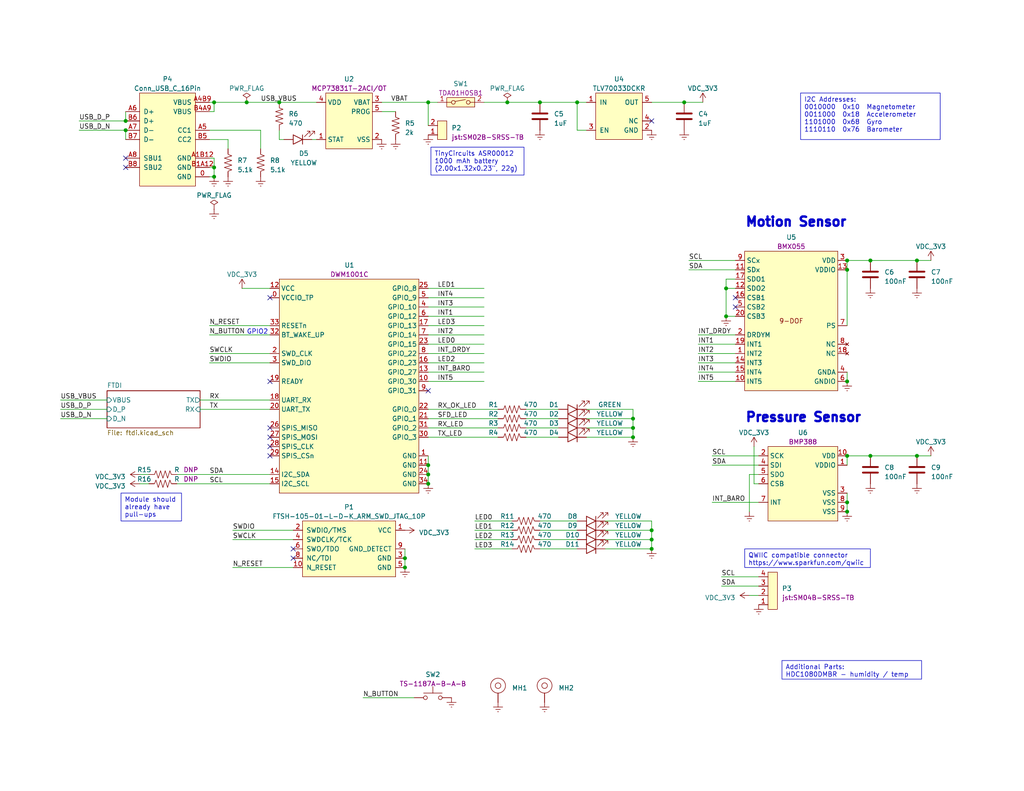
<source format=kicad_sch>
(kicad_sch (version 20220914) (generator eeschema)
  (paper "USLetter")
  (title_block (title "${PROJECT_NAME}") (date "2022-09-27") (rev "${PCB_REVISION}") (company "Brendan Haines"))
  (lib_symbols
    (symbol "bh:BMP388"
      (property "Reference" "U" (at 0 0 0))
      (property "ManufacturerPartNumber" "BMP388" (at 0 0 0))
      (symbol "BMP388_0_0"
        (rectangle (start 0 0) (end 19.05 -20.32) (fill (type background)))
      )
      (symbol "BMP388_1_1"
        (pin power_in line (at 21.59 -5.08 180) (length 2.54) (name "VDDIO") (number "1"))
        (pin power_in line (at 21.59 -2.54 180) (length 2.54) (name "VDD") (number "10"))
        (pin input line (at -2.54 -2.54 0) (length 2.54) (name "SCK") (number "2"))
        (pin power_in line (at 21.59 -12.7 180) (length 2.54) (name "VSS") (number "3"))
        (pin bidirectional line (at -2.54 -5.08 0) (length 2.54) (name "SDI") (number "4"))
        (pin bidirectional line (at -2.54 -7.62 0) (length 2.54) (name "SDO") (number "5"))
        (pin input line (at -2.54 -10.16 0) (length 2.54) (name "CSB") (number "6"))
        (pin output line (at -2.54 -15.24 0) (length 2.54) (name "INT") (number "7"))
        (pin power_in line (at 21.59 -15.24 180) (length 2.54) (name "VSS") (number "8"))
        (pin power_in line (at 21.59 -17.78 180) (length 2.54) (name "VSS") (number "9"))
      )
    )
    (symbol "bh:BMX055"
      (property "Reference" "U" (at 0 0 0))
      (property "ManufacturerPartNumber" "BMX055" (at 0 0 0))
      (symbol "BMX055_0_0"
        (text "9-DOF" (at 12.7 -19.05 0) (effects (font (size 1.27 1.27))))
      )
      (symbol "BMX055_0_1"
        (rectangle (start 0 0) (end 25.4 -38.1) (fill (type background)))
      )
      (symbol "BMX055_1_1"
        (pin output line (at -2.54 -27.94 0) (length 2.54) (name "INT2") (number "1"))
        (pin output line (at -2.54 -35.56 0) (length 2.54) (name "INT5") (number "10"))
        (pin bidirectional line (at -2.54 -5.08 0) (length 2.54) (name "SDx") (number "11"))
        (pin bidirectional line (at -2.54 -10.16 0) (length 2.54) (name "SDO2") (number "12"))
        (pin power_in line (at 27.94 -5.08 180) (length 2.54) (name "VDDIO") (number "13"))
        (pin bidirectional line (at -2.54 -30.48 0) (length 2.54) (name "INT3") (number "14"))
        (pin bidirectional line (at -2.54 -33.02 0) (length 2.54) (name "INT4") (number "15"))
        (pin input line (at -2.54 -12.7 0) (length 2.54) (name "CSB1") (number "16"))
        (pin bidirectional line (at -2.54 -7.62 0) (length 2.54) (name "SDO1") (number "17"))
        (pin no_connect line (at 27.94 -27.94 180) (length 2.54) (name "NC") (number "18"))
        (pin output line (at -2.54 -25.4 0) (length 2.54) (name "INT1") (number "19"))
        (pin output line (at -2.54 -22.86 0) (length 2.54) (name "DRDYM") (number "2"))
        (pin input line (at -2.54 -17.78 0) (length 2.54) (name "CSB3") (number "20"))
        (pin power_in line (at 27.94 -2.54 180) (length 2.54) (name "VDD") (number "3"))
        (pin power_in line (at 27.94 -33.02 180) (length 2.54) (name "GNDA") (number "4"))
        (pin input line (at -2.54 -15.24 0) (length 2.54) (name "CSB2") (number "5"))
        (pin power_in line (at 27.94 -35.56 180) (length 2.54) (name "GNDIO") (number "6"))
        (pin input line (at 27.94 -20.32 180) (length 2.54) (name "PS") (number "7"))
        (pin no_connect line (at 27.94 -25.4 180) (length 2.54) (name "NC") (number "8"))
        (pin input line (at -2.54 -2.54 0) (length 2.54) (name "SCx") (number "9"))
      )
    )
    (symbol "bh:C" (pin_numbers hide) (pin_names (offset 0.254))
      (property "Reference" "C" (at 0.635 2.54 0))
      (property "Value" "C" (at 0.635 -2.54 0))
      (symbol "C_0_1"
        (polyline (pts (xy -2.032 -0.762) (xy 2.032 -0.762)) (stroke (width 0.508)))
        (polyline (pts (xy -2.032 0.762) (xy 2.032 0.762)) (stroke (width 0.508)))
      )
      (symbol "C_1_1"
        (pin passive line (at 0 3.81 270) (length 2.794) (name "~") (number "1"))
        (pin passive line (at 0 -3.81 90) (length 2.794) (name "~") (number "2"))
      )
    )
    (symbol "bh:Conn_USB_C_16Pin" (pin_names (offset 1.016))
      (property "Reference" "P" (at 0 1.27 0))
      (property "Value" "Conn_USB_C_16Pin" (at 0 1.27 0))
      (symbol "Conn_USB_C_16Pin_0_1"
        (rectangle (start 0 0) (end 15.24 -25.4) (stroke (width 0.1524)) (fill (type background)))
      )
      (symbol "Conn_USB_C_16Pin_1_1"
        (pin passive line (at -3.81 -22.86 0) (length 3.81) (name "GND") (number "0"))
        (pin passive line (at -3.81 -17.78 0) (length 3.81) (name "GND") (number "A1B12"))
        (pin passive line (at -3.81 -2.54 0) (length 3.81) (name "VBUS") (number "A4B9"))
        (pin passive line (at -3.81 -10.16 0) (length 3.81) (name "CC1") (number "A5"))
        (pin passive line (at 19.05 -5.08 180) (length 3.81) (name "D+") (number "A6"))
        (pin passive line (at 19.05 -10.16 180) (length 3.81) (name "D-") (number "A7"))
        (pin passive line (at 19.05 -17.78 180) (length 3.81) (name "SBU1") (number "A8"))
        (pin passive line (at -3.81 -20.32 0) (length 3.81) (name "GND") (number "B1A12"))
        (pin passive line (at -3.81 -5.08 0) (length 3.81) (name "VBUS") (number "B4A9"))
        (pin passive line (at -3.81 -12.7 0) (length 3.81) (name "CC2") (number "B5"))
        (pin passive line (at 19.05 -7.62 180) (length 3.81) (name "D+") (number "B6"))
        (pin passive line (at 19.05 -12.7 180) (length 3.81) (name "D-") (number "B7"))
        (pin passive line (at 19.05 -20.32 180) (length 3.81) (name "SBU2") (number "B8"))
      )
    )
    (symbol "bh:DWM1001C"
      (property "Reference" "U" (at 0 0 0))
      (property "ManufacturerPartNumber" "DWM1001C" (at 0 0 0))
      (symbol "DWM1001C_0_1"
        (rectangle (start 0 0) (end 38.1 -58.42) (fill (type background)))
      )
      (symbol "DWM1001C_1_1"
        (pin passive line (at -2.54 -5.08 0) (length 2.54) (name "VCCIO_TP") (number "0"))
        (pin power_in line (at 40.64 -48.26 180) (length 2.54) (name "GND") (number "1"))
        (pin bidirectional line (at 40.64 -27.94 180) (length 2.54) (name "GPIO_30") (number "10"))
        (pin power_in line (at 40.64 -50.8 180) (length 2.54) (name "GND") (number "11"))
        (pin power_in line (at -2.54 -2.54 0) (length 2.54) (name "VCC") (number "12"))
        (pin bidirectional line (at 40.64 -25.4 180) (length 2.54) (name "GPIO_27") (number "13"))
        (pin bidirectional line (at -2.54 -53.34 0) (length 2.54) (name "I2C_SDA") (number "14"))
        (pin output line (at -2.54 -55.88 0) (length 2.54) (name "I2C_SCL") (number "15"))
        (pin bidirectional line (at 40.64 -22.86 180) (length 2.54) (name "GPIO_23") (number "16"))
        (pin bidirectional line (at 40.64 -12.7 180) (length 2.54) (name "GPIO_13") (number "17"))
        (pin input line (at -2.54 -33.02 0) (length 2.54) (name "UART_RX") (number "18"))
        (pin output line (at -2.54 -27.94 0) (length 2.54) (name "READY") (number "19"))
        (pin input line (at -2.54 -20.32 0) (length 2.54) (name "SWD_CLK") (number "2"))
        (pin output line (at -2.54 -35.56 0) (length 2.54) (name "UART_TX") (number "20"))
        (pin bidirectional line (at 40.64 -38.1 180) (length 2.54) (name "GPIO_1") (number "21"))
        (pin bidirectional line (at 40.64 -35.56 180) (length 2.54) (name "GPIO_0") (number "22"))
        (pin bidirectional line (at 40.64 -17.78 180) (length 2.54) (name "GPIO_15") (number "23"))
        (pin power_in line (at 40.64 -53.34 180) (length 2.54) (name "GND") (number "24"))
        (pin bidirectional line (at 40.64 -2.54 180) (length 2.54) (name "GPIO_8") (number "25"))
        (pin bidirectional line (at -2.54 -40.64 0) (length 2.54) (name "SPIS_MISO") (number "26"))
        (pin bidirectional line (at -2.54 -43.18 0) (length 2.54) (name "SPIS_MOSI") (number "27"))
        (pin bidirectional line (at -2.54 -45.72 0) (length 2.54) (name "SPIS_CLK") (number "28"))
        (pin bidirectional line (at -2.54 -48.26 0) (length 2.54) (name "SPIS_CSn") (number "29"))
        (pin bidirectional line (at -2.54 -22.86 0) (length 2.54) (name "SWD_DIO") (number "3"))
        (pin bidirectional line (at 40.64 -43.18 180) (length 2.54) (name "GPIO_3") (number "30"))
        (pin bidirectional line (at 40.64 -40.64 180) (length 2.54) (name "GPIO_2") (number "31"))
        (pin input line (at -2.54 -15.24 0) (length 2.54) (name "BT_WAKE_UP") (number "32"))
        (pin input line (at -2.54 -12.7 0) (length 2.54) (name "RESETn") (number "33"))
        (pin power_in line (at 40.64 -55.88 180) (length 2.54) (name "GND") (number "34"))
        (pin bidirectional line (at 40.64 -7.62 180) (length 2.54) (name "GPIO_10") (number "4"))
        (pin bidirectional line (at 40.64 -5.08 180) (length 2.54) (name "GPIO_9") (number "5"))
        (pin bidirectional line (at 40.64 -10.16 180) (length 2.54) (name "GPIO_12") (number "6"))
        (pin bidirectional line (at 40.64 -15.24 180) (length 2.54) (name "GPIO_14") (number "7"))
        (pin bidirectional line (at 40.64 -20.32 180) (length 2.54) (name "GPIO_22") (number "8"))
        (pin bidirectional line (at 40.64 -30.48 180) (length 2.54) (name "GPIO_31") (number "9"))
      )
    )
    (symbol "bh:FTSH-105-01-L-D-K_ARM_SWD_JTAG_10P" (pin_names (offset 1.016))
      (property "Reference" "P" (at 0 0 0))
      (property "Value" "FTSH-105-01-L-D-K_ARM_SWD_JTAG_10P" (at 0 0 0))
      (symbol "FTSH-105-01-L-D-K_ARM_SWD_JTAG_10P_0_0"
        (rectangle (start 0 0) (end 25.4 -15.24) (fill (type background)))
      )
      (symbol "FTSH-105-01-L-D-K_ARM_SWD_JTAG_10P_1_1"
        (pin passive line (at -2.54 -2.54 0) (length 2.54) (name "VCC") (number "1"))
        (pin bidirectional line (at 27.94 -12.7 180) (length 2.54) (name "N_RESET") (number "10"))
        (pin bidirectional line (at 27.94 -2.54 180) (length 2.54) (name "SWDIO/TMS") (number "2"))
        (pin power_in line (at -2.54 -10.16 0) (length 2.54) (name "GND") (number "3"))
        (pin bidirectional line (at 27.94 -5.08 180) (length 2.54) (name "SWDCLK/TCK") (number "4"))
        (pin power_in line (at -2.54 -12.7 0) (length 2.54) (name "GND") (number "5"))
        (pin bidirectional line (at 27.94 -7.62 180) (length 2.54) (name "SWO/TDO") (number "6"))
        (pin bidirectional line (at 27.94 -10.16 180) (length 2.54) (name "NC/TDI") (number "8"))
        (pin passive line (at -2.54 -7.62 0) (length 2.54) (name "GND_DETECT") (number "9"))
      )
    )
    (symbol "bh:GND" (power) (pin_names (offset 0))
      (symbol "GND_0_1"
        (polyline (pts (xy -0.635 -1.905) (xy 0.635 -1.905)))
        (polyline (pts (xy -0.127 -2.54) (xy 0.127 -2.54)))
        (polyline (pts (xy 0 -1.27) (xy 0 0)))
        (polyline (pts (xy 1.27 -1.27) (xy -1.27 -1.27)))
      )
      (symbol "GND_1_1"
        (pin power_in line (at 0 0 90) (length 0) hide (name "GND") (number "1"))
      )
    )
    (symbol "bh:Header_1_2" (pin_names (offset 1.016) hide)
      (property "Reference" "P" (at 0 0 0))
      (property "Value" "Header_1_2" (at 0 0 0))
      (symbol "Header_1_2_0_1"
        (rectangle (start 0 0) (end 2.54 -5.08) (fill (type background)))
      )
      (symbol "Header_1_2_1_1"
        (pin passive line (at -2.54 -1.27 0) (length 2.54) (name "~") (number "1"))
        (pin passive line (at -2.54 -3.81 0) (length 2.54) (name "~") (number "2"))
      )
    )
    (symbol "bh:Header_1_4" (pin_names (offset 1.016) hide)
      (property "Reference" "P" (at 0 0 0))
      (property "Value" "Header_1_4" (at 0 0 0))
      (symbol "Header_1_4_0_1"
        (rectangle (start 0 0) (end 2.54 -10.16) (fill (type background)))
      )
      (symbol "Header_1_4_1_1"
        (pin passive line (at -2.54 -1.27 0) (length 2.54) (name "~") (number "1"))
        (pin passive line (at -2.54 -3.81 0) (length 2.54) (name "~") (number "2"))
        (pin passive line (at -2.54 -6.35 0) (length 2.54) (name "~") (number "3"))
        (pin passive line (at -2.54 -8.89 0) (length 2.54) (name "~") (number "4"))
      )
    )
    (symbol "bh:LED" (pin_numbers hide) (pin_names (offset 1.016) hide)
      (property "Reference" "D" (at 0 2.54 0))
      (property "Value" "LED" (at 0 -2.54 0))
      (symbol "LED_0_1"
        (polyline (pts (xy -1.27 -1.27) (xy -1.27 1.27)) (stroke (width 0.2032)))
        (polyline (pts (xy 1.27 -1.27) (xy 1.27 1.27) (xy -1.27 0) (xy 1.27 -1.27)) (stroke (width 0.2032)))
        (polyline (pts (xy -3.048 -0.762) (xy -4.572 -2.286) (xy -3.81 -2.286) (xy -4.572 -2.286) (xy -4.572 -1.524)))
        (polyline (pts (xy -1.778 -0.762) (xy -3.302 -2.286) (xy -2.54 -2.286) (xy -3.302 -2.286) (xy -3.302 -1.524)))
      )
      (symbol "LED_1_1"
        (pin passive line (at 3.81 0 180) (length 2.54) (name "A") (number "A"))
        (pin passive line (at -3.81 0 0) (length 2.54) (name "K") (number "K"))
      )
    )
    (symbol "bh:MCP73831T-2ACI/OT"
      (property "Reference" "U" (at 0 0 0))
      (property "ManufacturerPartNumber" "MCP73831T-2ACI/OT" (at 0 0 0))
      (symbol "MCP73831T-2ACI/OT_0_1"
        (rectangle (start 0 0) (end 12.7 -15.24) (fill (type background)))
      )
      (symbol "MCP73831T-2ACI/OT_1_1"
        (pin output line (at -2.54 -12.7 0) (length 2.54) (name "STAT") (number "1"))
        (pin power_in line (at 15.24 -12.7 180) (length 2.54) (name "VSS") (number "2"))
        (pin power_out line (at 15.24 -2.54 180) (length 2.54) (name "VBAT") (number "3"))
        (pin power_in line (at -2.54 -2.54 0) (length 2.54) (name "VDD") (number "4"))
        (pin input line (at 15.24 -5.08 180) (length 2.54) (name "PROG") (number "5"))
      )
    )
    (symbol "bh:Mounting_Hole" (pin_numbers hide) (pin_names (offset 0.762) hide)
      (property "Reference" "MH" (at 0 7.62 0))
      (symbol "Mounting_Hole_0_1"
        (circle (center 0 4.572) (radius 0.762))
        (circle (center 0 4.572) (radius 2.032))
      )
      (symbol "Mounting_Hole_1_1"
        (pin passive line (at 0 0 90) (length 2.54) (name "1") (number "1"))
      )
    )
    (symbol "bh:PWR_FLAG" (power) (pin_numbers hide) (pin_names (offset 0) hide)
      (property "Value" "PWR_FLAG" (at 0 3.81 0))
      (symbol "PWR_FLAG_0_0"
        (pin power_out line (at 0 0 90) (length 0) (name "pwr") (number "1"))
      )
      (symbol "PWR_FLAG_0_1"
        (polyline (pts (xy 0 0) (xy 0 1.27) (xy -1.016 1.905) (xy 0 2.54) (xy 1.016 1.905) (xy 0 1.27)))
      )
    )
    (symbol "bh:R" (pin_numbers hide) (pin_names (offset 0))
      (property "Reference" "R" (at 2.032 0 90))
      (property "Value" "R" (at -1.905 0 90))
      (symbol "R_0_1"
        (polyline (pts (xy 0 -2.54) (xy 0 -2.286) (xy 1.016 -1.905) (xy -1.016 -1.27) (xy 1.016 -0.635) (xy -1.016 0) (xy 1.016 0.635) (xy -1.016 1.27) (xy 1.016 1.905) (xy 0 2.286) (xy 0 2.54)))
      )
      (symbol "R_1_1"
        (pin passive line (at 0 3.81 270) (length 1.27) (name "~") (number "1"))
        (pin passive line (at 0 -3.81 90) (length 1.27) (name "~") (number "2"))
      )
    )
    (symbol "bh:SW_Push" (pin_numbers hide) (pin_names (offset 1.016) hide)
      (property "Reference" "SW" (at -1.27 3.81 0))
      (property "Value" "SW_Push" (at 0 -1.524 0))
      (symbol "SW_Push_0_1"
        (circle (center -2.032 0) (radius 0.508))
        (polyline (pts (xy 0 1.27) (xy 0 3.048)))
        (polyline (pts (xy 2.54 1.27) (xy -2.54 1.27)))
        (circle (center 2.032 0) (radius 0.508))
        (pin passive line (at -5.08 0 0) (length 2.54) (name "1") (number "1"))
        (pin passive line (at 5.08 0 180) (length 2.54) (name "2") (number "2"))
      )
    )
    (symbol "bh:TDA01H0SB1" (pin_names (offset 0.002) hide)
      (property "Reference" "SW" (at 0 0 0))
      (property "ManufacturerPartNumber" "TDA01H0SB1" (at 0 0 0))
      (symbol "TDA01H0SB1_0_0"
        (polyline (pts (xy 2.286 -1.016) (xy 5.08 -0.508)))
        (circle (center 1.778 -1.27) (radius 0.508))
        (circle (center 5.842 -1.27) (radius 0.508))
      )
      (symbol "TDA01H0SB1_0_1"
        (polyline (pts (xy 1.27 -1.27) (xy 0 -1.27)) (stroke (width 0.1524)))
        (polyline (pts (xy 7.62 -1.27) (xy 6.35 -1.27)) (stroke (width 0.1524)))
        (rectangle (start 0 0) (end 7.62 -2.54) (stroke (width 0.1524)) (fill (type background)))
      )
      (symbol "TDA01H0SB1_1_1"
        (pin passive line (at -2.54 -1.27 0) (length 2.54) (name "A") (number "1"))
        (pin passive line (at 10.16 -1.27 180) (length 2.54) (name "B") (number "2"))
      )
    )
    (symbol "bh:TLV70033DCKR" (pin_names (offset 1.016))
      (property "Reference" "U" (at 0 0 0))
      (property "Value" "TLV70033DCKR" (at 0 0 0))
      (symbol "TLV70033DCKR_0_1"
        (rectangle (start 0 0) (end 12.7 -12.7) (fill (type background)))
      )
      (symbol "TLV70033DCKR_1_1"
        (pin power_in line (at -2.54 -2.54 0) (length 2.54) (name "IN") (number "1"))
        (pin power_in line (at 15.24 -10.16 180) (length 2.54) (name "GND") (number "2"))
        (pin input line (at -2.54 -10.16 0) (length 2.54) (name "EN") (number "3"))
        (pin passive line (at 15.24 -7.62 180) (length 2.54) (name "NC") (number "4"))
        (pin power_out line (at 15.24 -2.54 180) (length 2.54) (name "OUT") (number "5"))
      )
    )
    (symbol "bh:VDC_3V3" (power) (pin_names (offset 0))
      (property "Value" "VDC_3V3" (at 0 3.556 0))
      (symbol "VDC_3V3_0_1"
        (polyline (pts (xy -0.762 1.27) (xy 0 2.54)))
        (polyline (pts (xy 0 0) (xy 0 2.54)))
        (polyline (pts (xy 0 2.54) (xy 0.762 1.27)))
      )
      (symbol "VDC_3V3_1_1"
        (pin power_in line (at 0 0 90) (length 0) hide (name "VDC_3V3") (number "1"))
      )
    )
  )
  (junction (at 34.29 35.56))
  (junction (at 116.84 132.08))
  (junction (at 58.42 27.94))
  (junction (at 110.49 152.4))
  (junction (at 198.12 78.74))
  (junction (at 172.72 114.3))
  (junction (at 250.19 124.46))
  (junction (at 186.69 27.94))
  (junction (at 67.31 27.94))
  (junction (at 177.8 149.86))
  (junction (at 116.84 27.94))
  (junction (at 231.14 104.14))
  (junction (at 116.84 129.54))
  (junction (at 172.72 116.84))
  (junction (at 76.2 27.94))
  (junction (at 138.43 27.94))
  (junction (at 250.19 71.12))
  (junction (at 237.49 71.12))
  (junction (at 172.72 119.38))
  (junction (at 231.14 124.46))
  (junction (at 231.14 73.66))
  (junction (at 231.14 139.7))
  (junction (at 147.32 27.94))
  (junction (at 58.42 45.72))
  (junction (at 231.14 71.12))
  (junction (at 34.29 33.02))
  (junction (at 157.48 27.94))
  (junction (at 198.12 86.36))
  (junction (at 231.14 137.16))
  (junction (at 58.42 48.26))
  (junction (at 177.8 144.78))
  (junction (at 237.49 124.46))
  (junction (at 177.8 147.32))
  (junction (at 116.84 127))
  (junction (at 110.49 154.94))
  (no_connect (at 73.66 121.92))
  (no_connect (at 73.66 119.38))
  (no_connect (at 34.29 43.18))
  (no_connect (at 34.29 45.72))
  (no_connect (at 116.84 106.68))
  (no_connect (at 73.66 116.84))
  (no_connect (at 73.66 104.14))
  (no_connect (at 73.66 81.28))
  (no_connect (at 73.66 124.46))
  (no_connect (at 200.66 83.82))
  (no_connect (at 200.66 81.28))
  (no_connect (at 80.01 149.86))
  (no_connect (at 80.01 152.4))
  (no_connect (at 177.8 33.02))
  (wire (pts (xy 231.14 137.16) (xy 231.14 139.7)))
  (wire (pts (xy 116.84 99.06) (xy 132.08 99.06)))
  (wire (pts (xy 116.84 124.46) (xy 116.84 127)))
  (wire (pts (xy 116.84 129.54) (xy 116.84 132.08)))
  (wire (pts (xy 250.19 71.12) (xy 254 71.12)))
  (wire (pts (xy 165.1 142.24) (xy 177.8 142.24)))
  (wire (pts (xy 116.84 119.38) (xy 135.89 119.38)))
  (wire (pts (xy 116.84 91.44) (xy 132.08 91.44)))
  (wire (pts (xy 116.84 111.76) (xy 135.89 111.76)))
  (wire (pts (xy 231.14 71.12) (xy 237.49 71.12)))
  (wire (pts (xy 29.21 114.3) (xy 16.51 114.3)))
  (wire (pts (xy 231.14 124.46) (xy 231.14 127)))
  (wire (pts (xy 177.8 142.24) (xy 177.8 144.78)))
  (wire (pts (xy 116.84 78.74) (xy 132.08 78.74)))
  (wire (pts (xy 34.29 30.48) (xy 34.29 33.02)))
  (wire (pts (xy 237.49 124.46) (xy 250.19 124.46)))
  (wire (pts (xy 104.14 30.48) (xy 107.95 30.48)))
  (wire (pts (xy 116.84 101.6) (xy 132.08 101.6)))
  (wire (pts (xy 57.15 30.48) (xy 58.42 30.48)))
  (wire (pts (xy 160.02 119.38) (xy 172.72 119.38)))
  (wire (pts (xy 138.43 27.94) (xy 147.32 27.94)))
  (wire (pts (xy 116.84 93.98) (xy 132.08 93.98)))
  (wire (pts (xy 58.42 43.18) (xy 58.42 45.72)))
  (wire (pts (xy 147.32 142.24) (xy 157.48 142.24)))
  (wire (pts (xy 250.19 124.46) (xy 254 124.46)))
  (wire (pts (xy 207.01 132.08) (xy 205.74 132.08)))
  (wire (pts (xy 190.5 91.44) (xy 200.66 91.44)))
  (wire (pts (xy 198.12 78.74) (xy 200.66 78.74)))
  (wire (pts (xy 231.14 71.12) (xy 231.14 73.66)))
  (wire (pts (xy 160.02 111.76) (xy 172.72 111.76)))
  (wire (pts (xy 143.51 119.38) (xy 152.4 119.38)))
  (wire (pts (xy 231.14 134.62) (xy 231.14 137.16)))
  (wire (pts (xy 191.77 27.94) (xy 186.69 27.94)))
  (wire (pts (xy 116.84 104.14) (xy 132.08 104.14)))
  (wire (pts (xy 34.29 35.56) (xy 21.59 35.56)))
  (wire (pts (xy 237.49 71.12) (xy 250.19 71.12)))
  (wire (pts (xy 172.72 116.84) (xy 172.72 119.38)))
  (wire (pts (xy 116.84 27.94) (xy 116.84 34.29)))
  (wire (pts (xy 57.15 88.9) (xy 73.66 88.9)))
  (wire (pts (xy 57.15 45.72) (xy 58.42 45.72)))
  (wire (pts (xy 57.15 99.06) (xy 73.66 99.06)))
  (wire (pts (xy 80.01 154.94) (xy 63.5 154.94)))
  (wire (pts (xy 207.01 160.02) (xy 196.85 160.02)))
  (wire (pts (xy 147.32 144.78) (xy 157.48 144.78)))
  (wire (pts (xy 57.15 38.1) (xy 62.23 38.1)))
  (wire (pts (xy 116.84 81.28) (xy 132.08 81.28)))
  (wire (pts (xy 48.26 132.08) (xy 73.66 132.08)))
  (wire (pts (xy 129.54 144.78) (xy 139.7 144.78)))
  (wire (pts (xy 80.01 147.32) (xy 63.5 147.32)))
  (wire (pts (xy 165.1 147.32) (xy 177.8 147.32)))
  (wire (pts (xy 57.15 91.44) (xy 73.66 91.44)))
  (wire (pts (xy 29.21 111.76) (xy 16.51 111.76)))
  (wire (pts (xy 66.04 78.74) (xy 73.66 78.74)))
  (wire (pts (xy 177.8 144.78) (xy 177.8 147.32)))
  (wire (pts (xy 77.47 38.1) (xy 76.2 38.1)))
  (wire (pts (xy 116.84 116.84) (xy 135.89 116.84)))
  (wire (pts (xy 132.08 27.94) (xy 138.43 27.94)))
  (wire (pts (xy 194.31 127) (xy 207.01 127)))
  (wire (pts (xy 172.72 111.76) (xy 172.72 114.3)))
  (wire (pts (xy 57.15 43.18) (xy 58.42 43.18)))
  (wire (pts (xy 116.84 127) (xy 116.84 129.54)))
  (wire (pts (xy 207.01 162.56) (xy 204.47 162.56)))
  (wire (pts (xy 57.15 27.94) (xy 58.42 27.94)))
  (wire (pts (xy 143.51 114.3) (xy 152.4 114.3)))
  (wire (pts (xy 58.42 45.72) (xy 58.42 48.26)))
  (wire (pts (xy 186.69 27.94) (xy 177.8 27.94)))
  (wire (pts (xy 190.5 99.06) (xy 200.66 99.06)))
  (wire (pts (xy 165.1 144.78) (xy 177.8 144.78)))
  (wire (pts (xy 231.14 101.6) (xy 231.14 104.14)))
  (wire (pts (xy 194.31 124.46) (xy 207.01 124.46)))
  (wire (pts (xy 129.54 147.32) (xy 139.7 147.32)))
  (wire (pts (xy 187.96 73.66) (xy 200.66 73.66)))
  (wire (pts (xy 116.84 114.3) (xy 135.89 114.3)))
  (wire (pts (xy 116.84 83.82) (xy 132.08 83.82)))
  (wire (pts (xy 231.14 73.66) (xy 231.14 88.9)))
  (wire (pts (xy 198.12 86.36) (xy 200.66 86.36)))
  (wire (pts (xy 204.47 129.54) (xy 204.47 139.7)))
  (wire (pts (xy 205.74 121.92) (xy 205.74 132.08)))
  (wire (pts (xy 58.42 30.48) (xy 58.42 27.94)))
  (wire (pts (xy 147.32 27.94) (xy 157.48 27.94)))
  (wire (pts (xy 48.26 129.54) (xy 73.66 129.54)))
  (wire (pts (xy 190.5 96.52) (xy 200.66 96.52)))
  (wire (pts (xy 177.8 149.86) (xy 177.8 147.32)))
  (wire (pts (xy 76.2 38.1) (xy 76.2 35.56)))
  (wire (pts (xy 160.02 116.84) (xy 172.72 116.84)))
  (wire (pts (xy 57.15 96.52) (xy 73.66 96.52)))
  (wire (pts (xy 116.84 27.94) (xy 119.38 27.94)))
  (wire (pts (xy 207.01 129.54) (xy 204.47 129.54)))
  (wire (pts (xy 71.12 40.64) (xy 71.12 35.56)))
  (wire (pts (xy 58.42 27.94) (xy 67.31 27.94)))
  (wire (pts (xy 16.51 109.22) (xy 29.21 109.22)))
  (wire (pts (xy 160.02 114.3) (xy 172.72 114.3)))
  (wire (pts (xy 116.84 88.9) (xy 132.08 88.9)))
  (wire (pts (xy 129.54 149.86) (xy 139.7 149.86)))
  (wire (pts (xy 104.14 27.94) (xy 116.84 27.94)))
  (wire (pts (xy 190.5 93.98) (xy 200.66 93.98)))
  (wire (pts (xy 187.96 71.12) (xy 200.66 71.12)))
  (wire (pts (xy 116.84 96.52) (xy 132.08 96.52)))
  (wire (pts (xy 143.51 116.84) (xy 152.4 116.84)))
  (wire (pts (xy 58.42 48.26) (xy 57.15 48.26)))
  (wire (pts (xy 99.06 190.5) (xy 113.03 190.5)))
  (wire (pts (xy 143.51 111.76) (xy 152.4 111.76)))
  (wire (pts (xy 110.49 149.86) (xy 110.49 152.4)))
  (wire (pts (xy 76.2 27.94) (xy 86.36 27.94)))
  (wire (pts (xy 71.12 35.56) (xy 57.15 35.56)))
  (wire (pts (xy 85.09 38.1) (xy 86.36 38.1)))
  (wire (pts (xy 207.01 157.48) (xy 196.85 157.48)))
  (wire (pts (xy 54.61 109.22) (xy 73.66 109.22)))
  (wire (pts (xy 116.84 86.36) (xy 132.08 86.36)))
  (wire (pts (xy 54.61 111.76) (xy 73.66 111.76)))
  (wire (pts (xy 62.23 38.1) (xy 62.23 40.64)))
  (wire (pts (xy 177.8 149.86) (xy 165.1 149.86)))
  (wire (pts (xy 157.48 27.94) (xy 157.48 35.56)))
  (wire (pts (xy 194.31 137.16) (xy 207.01 137.16)))
  (wire (pts (xy 190.5 101.6) (xy 200.66 101.6)))
  (wire (pts (xy 34.29 33.02) (xy 21.59 33.02)))
  (wire (pts (xy 34.29 35.56) (xy 34.29 38.1)))
  (wire (pts (xy 147.32 149.86) (xy 157.48 149.86)))
  (wire (pts (xy 157.48 27.94) (xy 160.02 27.94)))
  (wire (pts (xy 80.01 144.78) (xy 63.5 144.78)))
  (wire (pts (xy 38.1 129.54) (xy 40.64 129.54)))
  (wire (pts (xy 198.12 78.74) (xy 198.12 86.36)))
  (wire (pts (xy 129.54 142.24) (xy 139.7 142.24)))
  (wire (pts (xy 160.02 35.56) (xy 157.48 35.56)))
  (wire (pts (xy 172.72 114.3) (xy 172.72 116.84)))
  (wire (pts (xy 67.31 27.94) (xy 76.2 27.94)))
  (wire (pts (xy 198.12 76.2) (xy 198.12 78.74)))
  (wire (pts (xy 38.1 132.08) (xy 40.64 132.08)))
  (wire (pts (xy 110.49 152.4) (xy 110.49 154.94)))
  (wire (pts (xy 190.5 104.14) (xy 200.66 104.14)))
  (wire (pts (xy 147.32 147.32) (xy 157.48 147.32)))
  (wire (pts (xy 231.14 124.46) (xy 237.49 124.46)))
  (wire (pts (xy 200.66 76.2) (xy 198.12 76.2)))
  (text_box "Module should already have pull-ups" (at 33.02 134.62 0) (size 16.51 7.62) (effects (font (size 1.27 1.27)) (justify left top)))
  (text_box "QWIIC compatible connector\nhttps://www.sparkfun.com/qwiic" (at 203.2 149.86 0) (size 34.29 5.08) (effects (font (size 1.27 1.27)) (justify left top)))
  (text_box "TinyCircuits ASR00012\n1000 mAh battery (2.00x1.32x0.23\", 22g)" (at 117.578 40.1745 0) (size 25.4 7.62) (effects (font (size 1.27 1.27)) (justify left top)))
  (text_box "I2C Addresses:\n0010000  0x10  Magnetometer\n0011000  0x18  Accelerometer\n1101000  0x68  Gyro\n1110110  0x76  Barometer" (at 218.44 25.4 0) (size 38.1 12.7) (effects (font (size 1.27 1.27)) (justify left top)))
  (text_box "Additional Parts:\nHDC1080DMBR - humidity / temp" (at 213.36 180.34 0) (size 38.1 5.08) (effects (font (size 1.27 1.27)) (justify left top)))
  (text "GPIO2" (at 67.31 91.44 0) (effects (font (size 1.27 1.27)) (justify left bottom)))
  (text "Pressure Sensor" (at 203.2 115.57 0) (effects (font (size 2.54 2.54) (thickness 1.016) bold) (justify left bottom)))
  (text "Motion Sensor" (at 203.2 62.23 0) (effects (font (size 2.54 2.54) (thickness 1.016) bold) (justify left bottom)))
  (label "SCL" (at 57.15 132.08 0))
  (label "TX_LED" (at 119.38 119.38 0))
  (label "LED0" (at 119.38 93.98 0))
  (label "INT1" (at 190.5 93.98 0))
  (label "LED1" (at 119.38 78.74 0))
  (label "N_BUTTON" (at 99.06 190.5 0))
  (label "SCL" (at 187.96 71.12 0))
  (label "USB_VBUS" (at 71.12 27.94 0))
  (label "RX_LED" (at 119.38 116.84 0))
  (label "INT_DRDY" (at 119.38 96.52 0))
  (label "VBAT" (at 106.68 27.94 0))
  (label "LED3" (at 119.38 88.9 0))
  (label "INT2" (at 190.5 96.52 0))
  (label "N_BUTTON" (at 57.15 91.44 0))
  (label "RX" (at 57.15 109.22 0))
  (label "USB_D_P" (at 21.59 33.02 0))
  (label "LED2" (at 119.38 99.06 0))
  (label "SWCLK" (at 63.5 147.32 0))
  (label "SDA" (at 194.31 127 0))
  (label "INT_BARO" (at 119.38 101.6 0))
  (label "INT4" (at 119.38 81.28 0))
  (label "SDA" (at 196.85 160.02 0))
  (label "SWCLK" (at 57.15 96.52 0))
  (label "SDA" (at 187.96 73.66 0))
  (label "INT2" (at 119.38 91.44 0))
  (label "LED1" (at 129.54 144.78 0))
  (label "SCL" (at 194.31 124.46 0))
  (label "INT4" (at 190.5 101.6 0))
  (label "INT5" (at 190.5 104.14 0))
  (label "LED2" (at 129.54 147.32 0))
  (label "N_RESET" (at 57.15 88.9 0))
  (label "INT1" (at 119.38 86.36 0))
  (label "USB_VBUS" (at 16.51 109.22 0))
  (label "RX_OK_LED" (at 119.38 111.76 0))
  (label "LED3" (at 129.54 149.86 0))
  (label "SFD_LED" (at 119.38 114.3 0))
  (label "INT_DRDY" (at 190.5 91.44 0))
  (label "USB_D_N" (at 16.51 114.3 0))
  (label "SCL" (at 196.85 157.48 0))
  (label "INT_BARO" (at 194.31 137.16 0))
  (label "SWDIO" (at 63.5 144.78 0))
  (label "USB_D_N" (at 21.59 35.56 0))
  (label "TX" (at 57.15 111.76 0))
  (label "INT3" (at 119.38 83.82 0))
  (label "LED0" (at 129.54 142.24 0))
  (label "INT5" (at 119.38 104.14 0))
  (label "N_RESET" (at 63.5 154.94 0))
  (label "USB_D_P" (at 16.51 111.76 0))
  (label "SDA" (at 57.15 129.54 0))
  (label "INT3" (at 190.5 99.06 0))
  (label "SWDIO" (at 57.15 99.06 0))
  (symbol (lib_id "bh:GND") (at 250.19 132.08 0) (unit 1)
    (default_instance (reference "#PWR?") (unit 1) (value "GND") (footprint ""))
    (property "Reference" "#PWR0133" (effects hide))
    (property "Value" "GND" (effects hide))
  )
  (symbol (lib_id "bh:R") (at 143.51 149.86 90) (unit 1)
    (default_instance (reference "R1") (unit 1) (value "R") (footprint "common:R0402"))
    (property "Reference" "R14" (at 138.43 148.59 90))
    (property "Value" "470" (at 148.59 148.59 90))
    (property "Footprint" "common:R0402" (effects hide))
    (property "FieldName" "Value" (effects hide))
  )
  (symbol (lib_id "bh:PWR_FLAG") (at 67.31 27.94 0) (unit 1)
    (default_instance (reference "#FLG?") (unit 1) (value "PWR_FLAG") (footprint ""))
    (property "Reference" "#FLG0101" (effects hide))
    (property "Value" "PWR_FLAG" (at 67.31 24.13 0))
  )
  (symbol (lib_id "bh:R") (at 139.7 119.38 90) (unit 1)
    (default_instance (reference "R1") (unit 1) (value "R") (footprint "common:R0402"))
    (property "Reference" "R4" (at 134.62 118.11 90))
    (property "Value" "470" (at 144.78 118.11 90))
    (property "Footprint" "common:R0402" (effects hide))
    (property "FieldName" "Value" (effects hide))
  )
  (symbol (lib_id "bh:R") (at 139.7 111.76 90) (unit 1)
    (default_instance (reference "R1") (unit 1) (value "R") (footprint "common:R0402"))
    (property "Reference" "R1" (at 134.62 110.49 90))
    (property "Value" "470" (at 144.78 110.49 90))
    (property "Footprint" "common:R0402" (effects hide))
    (property "FieldName" "Value" (effects hide))
  )
  (symbol (lib_id "bh:GND") (at 231.14 104.14 0) (unit 1)
    (default_instance (reference "#PWR?") (unit 1) (value "GND") (footprint ""))
    (property "Reference" "#PWR0106" (effects hide))
    (property "Value" "GND" (effects hide))
  )
  (symbol (lib_id "bh:R") (at 107.95 34.29 0) (unit 1)
    (default_instance (reference "R5") (unit 1) (value "R") (footprint "common:R0402"))
    (property "Reference" "R5" (at 110.49 33.655 0) (effects (justify left)))
    (property "Value" "2k" (at 110.49 36.195 0) (effects (justify left)))
    (property "Footprint" "common:R0402" (effects hide))
    (property "FieldName" "Value" (effects hide))
  )
  (symbol (lib_id "bh:VDC_3V3") (at 254 71.12 0) (unit 1)
    (default_instance (reference "#PWR?") (unit 1) (value "VDC_3V3") (footprint ""))
    (property "Reference" "#PWR0121" (effects hide))
    (property "Value" "VDC_3V3" (at 254 67.31 0))
  )
  (symbol (lib_id "bh:Mounting_Hole") (at 135.89 191.77 0) (unit 1) (in_bom no)
    (default_instance (reference "MH1") (unit 1) (value "Mounting_Hole") (footprint "common:MH120X230_#4"))
    (property "Reference" "MH1" (at 139.7 187.833 0) (effects (justify left)))
    (property "Value" "Mounting_Hole" (effects hide))
    (property "Footprint" "common:MH120X230_#4" (effects hide))
  )
  (symbol (lib_id "bh:VDC_3V3") (at 38.1 129.54 90) (unit 1)
    (default_instance (reference "#PWR?") (unit 1) (value "VDC_3V3") (footprint ""))
    (property "Reference" "#PWR0125" (effects hide))
    (property "Value" "VDC_3V3" (at 34.29 130.175 90) (effects (justify left)))
  )
  (symbol (lib_id "bh:MCP73831T-2ACI/OT") (at 88.9 25.4 0) (unit 1)
    (default_instance (reference "U2") (unit 1) (value "~") (footprint "common:SOT-23-5"))
    (property "Reference" "U2" (at 95.25 21.59 0))
    (property "Footprint" "common:SOT-23-5" (effects hide))
    (property "Datasheet" "https://ww1.microchip.com/downloads/en/DeviceDoc/MCP73831-Family-Data-Sheet-DS20001984H.pdf" (effects hide))
    (property "Manufacturer" "Microchip Technology" (effects hide))
    (property "ManufacturerPartNumber" "MCP73831T-2ACI/OT" (at 95.25 24.13 0))
  )
  (symbol (lib_id "bh:GND") (at 172.72 119.38 0) (unit 1)
    (default_instance (reference "#PWR?") (unit 1) (value "GND") (footprint ""))
    (property "Reference" "#PWR0103" (effects hide))
    (property "Value" "GND" (effects hide))
  )
  (symbol (lib_id "bh:R") (at 139.7 114.3 90) (unit 1)
    (default_instance (reference "R1") (unit 1) (value "R") (footprint "common:R0402"))
    (property "Reference" "R2" (at 134.62 113.03 90))
    (property "Value" "470" (at 144.78 113.03 90))
    (property "Footprint" "common:R0402" (effects hide))
    (property "FieldName" "Value" (effects hide))
  )
  (symbol (lib_id "bh:Mounting_Hole") (at 148.59 191.77 0) (unit 1) (in_bom no)
    (default_instance (reference "MH1") (unit 1) (value "Mounting_Hole") (footprint "common:MH120X230_#4"))
    (property "Reference" "MH2" (at 152.4 187.833 0) (effects (justify left)))
    (property "Value" "Mounting_Hole" (effects hide))
    (property "Footprint" "common:MH120X230_#4" (effects hide))
  )
  (symbol (lib_id "bh:VDC_3V3") (at 191.77 27.94 0) (unit 1)
    (default_instance (reference "#PWR?") (unit 1) (value "VDC_3V3") (footprint ""))
    (property "Reference" "#PWR0135" (effects hide))
    (property "Value" "VDC_3V3" (at 191.77 24.13 0))
  )
  (symbol (lib_id "bh:C") (at 250.19 74.93 0) (unit 1)
    (default_instance (reference "C1") (unit 1) (value "100nF") (footprint "common:C0402"))
    (property "Reference" "C7" (at 254 74.295 0) (effects (justify left)))
    (property "Value" "100nF" (at 254 76.835 0) (effects (justify left)))
    (property "Footprint" "common:C0402" (effects hide))
    (property "FieldName" "Value" (effects hide))
  )
  (symbol (lib_id "bh:GND") (at 198.12 86.36 0) (unit 1)
    (default_instance (reference "#PWR?") (unit 1) (value "GND") (footprint ""))
    (property "Reference" "#PWR0101" (effects hide))
    (property "Value" "GND" (effects hide))
  )
  (symbol (lib_id "bh:LED") (at 161.29 144.78 180) (unit 1)
    (default_instance (reference "D1") (unit 1) (value "LED") (footprint "common:LED0402"))
    (property "Reference" "D9" (at 156.21 143.51 0))
    (property "Value" "YELLOW" (at 171.45 143.51 0))
    (property "Footprint" "common:LED0402" (effects hide))
  )
  (symbol (lib_id "bh:GND") (at 231.14 139.7 0) (unit 1)
    (default_instance (reference "#PWR?") (unit 1) (value "GND") (footprint ""))
    (property "Reference" "#PWR0130" (effects hide))
    (property "Value" "GND" (effects hide))
  )
  (symbol (lib_id "bh:LED") (at 156.21 111.76 180) (unit 1)
    (default_instance (reference "D1") (unit 1) (value "LED") (footprint "common:LED0402"))
    (property "Reference" "D1" (at 151.13 110.49 0))
    (property "Value" "GREEN" (at 166.37 110.49 0))
    (property "Footprint" "common:LED0402" (effects hide))
  )
  (symbol (lib_id "bh:SW_Push") (at 118.11 190.5 0) (unit 1)
    (default_instance (reference "SW2") (unit 1) (value "SW_Push") (footprint ""))
    (property "Reference" "SW2" (at 118.11 184.15 0))
    (property "Value" "SW_Push" (effects hide))
    (property "Footprint" "common:SPST_SKQG" (effects hide))
    (property "Datasheet" "https://datasheet.lcsc.com/lcsc/2002271431_XKB-Connectivity-TS-1187A-B-A-B_C318884.pdf" (effects hide))
    (property "Manufacturer" "XKB Connectivity" (effects hide))
    (property "ManufacturerPartNumber" "TS-1187A-B-A-B" (at 118.11 186.69 0))
  )
  (symbol (lib_id "bh:GND") (at 58.42 57.15 0) (unit 1)
    (default_instance (reference "#PWR?") (unit 1) (value "GND") (footprint ""))
    (property "Reference" "#PWR0136" (effects hide))
    (property "Value" "GND" (effects hide))
  )
  (symbol (lib_id "bh:LED") (at 161.29 142.24 180) (unit 1)
    (default_instance (reference "D1") (unit 1) (value "LED") (footprint "common:LED0402"))
    (property "Reference" "D8" (at 156.21 140.97 0))
    (property "Value" "YELLOW" (at 171.45 140.97 0))
    (property "Footprint" "common:LED0402" (effects hide))
  )
  (symbol (lib_id "bh:GND") (at 62.23 48.26 0) (unit 1)
    (default_instance (reference "#PWR?") (unit 1) (value "GND") (footprint ""))
    (property "Reference" "#PWR0136" (effects hide))
    (property "Value" "GND" (effects hide))
  )
  (symbol (lib_id "bh:R") (at 44.45 132.08 90) (unit 1)
    (default_instance (reference "R1") (unit 1) (value "R") (footprint "common:R0402"))
    (property "Reference" "R16" (at 39.37 130.81 90))
    (property "Value" "R" (at 48.26 130.81 90))
    (property "Footprint" "common:R0402" (effects hide))
    (property "Populate" "DNP" (at 52.07 130.81 90))
    (property "FieldName" "Value" (effects hide))
  )
  (symbol (lib_id "bh:R") (at 143.51 142.24 90) (unit 1)
    (default_instance (reference "R1") (unit 1) (value "R") (footprint "common:R0402"))
    (property "Reference" "R11" (at 138.43 140.97 90))
    (property "Value" "470" (at 148.59 140.97 90))
    (property "Footprint" "common:R0402" (effects hide))
    (property "FieldName" "Value" (effects hide))
  )
  (symbol (lib_id "bh:GND") (at 186.69 35.56 0) (unit 1)
    (default_instance (reference "#PWR?") (unit 1) (value "GND") (footprint ""))
    (property "Reference" "#PWR0119" (effects hide))
    (property "Value" "GND" (effects hide))
  )
  (symbol (lib_id "bh:C") (at 186.69 31.75 0) (unit 1)
    (default_instance (reference "C1") (unit 1) (value "100nF") (footprint "common:C0402"))
    (property "Reference" "C4" (at 190.5 31.115 0) (effects (justify left)))
    (property "Value" "1uF" (at 190.5 33.655 0) (effects (justify left)))
    (property "Footprint" "common:C0603" (effects hide))
    (property "FieldName" "Value" (effects hide))
  )
  (symbol (lib_id "bh:TLV70033DCKR") (at 162.56 25.4 0) (unit 1)
    (default_instance (reference "U4") (unit 1) (value "TLV70033DCKR") (footprint "common:SOT-353"))
    (property "Reference" "U4" (at 168.91 21.59 0))
    (property "Value" "TLV70033DCKR" (at 168.91 24.13 0))
    (property "Footprint" "common:SOT-353" (effects hide))
    (property "Datasheet" "https://www.ti.com/lit/ds/symlink/tlv700.pdf" (effects hide))
    (property "Manufacturer" "Texas Instruments" (effects hide))
    (property "ManufacturerPartNumber" "TLV70033DCKR" (effects hide))
    (property "Supplier" "Digi-Key" (effects hide))
    (property "SupplierPartNumber" "296-32413-1-ND" (effects hide))
  )
  (symbol (lib_id "bh:GND") (at 104.14 38.1 0) (unit 1)
    (default_instance (reference "#PWR?") (unit 1) (value "GND") (footprint ""))
    (property "Reference" "#PWR0105" (effects hide))
    (property "Value" "GND" (effects hide))
  )
  (symbol (lib_id "bh:VDC_3V3") (at 204.47 162.56 90) (unit 1)
    (default_instance (reference "#PWR?") (unit 1) (value "VDC_3V3") (footprint ""))
    (property "Reference" "#PWR0115" (effects hide))
    (property "Value" "VDC_3V3" (at 200.66 163.195 90) (effects (justify left)))
  )
  (symbol (lib_id "bh:Header_1_4") (at 209.55 166.37 0) (mirror x) (unit 1)
    (default_instance (reference "P3") (unit 1) (value "Header_1_4") (footprint "jst:SM04B-SRSS-TB"))
    (property "Reference" "P3" (at 213.36 160.655 0) (effects (justify left)))
    (property "Value" "Header_1_4" (effects hide))
    (property "Footprint" "jst:SM04B-SRSS-TB" (at 213.36 163.195 0) (effects (justify left)))
    (property "Manufacturer" "Samtec, Inc." (effects hide))
    (property "ManufacturerPartNumber" "TSW-104-05-G-S" (effects hide))
    (property "Supplier" "Samtec, Inc" (effects hide))
    (property "SupplierPartNumber" "TSW-104-05-G-S" (effects hide))
  )
  (symbol (lib_id "bh:C") (at 237.49 74.93 0) (unit 1)
    (default_instance (reference "C1") (unit 1) (value "100nF") (footprint "common:C0402"))
    (property "Reference" "C6" (at 241.3 74.295 0) (effects (justify left)))
    (property "Value" "100nF" (at 241.3 76.835 0) (effects (justify left)))
    (property "Footprint" "common:C0402" (effects hide))
    (property "FieldName" "Value" (effects hide))
  )
  (symbol (lib_id "bh:GND") (at 116.84 132.08 0) (unit 1)
    (default_instance (reference "#PWR?") (unit 1) (value "GND") (footprint ""))
    (property "Reference" "#PWR0112" (effects hide))
    (property "Value" "GND" (effects hide))
  )
  (symbol (lib_id "bh:GND") (at 58.42 48.26 0) (unit 1)
    (default_instance (reference "#PWR?") (unit 1) (value "GND") (footprint ""))
    (property "Reference" "#PWR0136" (effects hide))
    (property "Value" "GND" (effects hide))
  )
  (symbol (lib_id "bh:R") (at 143.51 147.32 90) (unit 1)
    (default_instance (reference "R1") (unit 1) (value "R") (footprint "common:R0402"))
    (property "Reference" "R13" (at 138.43 146.05 90))
    (property "Value" "470" (at 148.59 146.05 90))
    (property "Footprint" "common:R0402" (effects hide))
    (property "FieldName" "Value" (effects hide))
  )
  (symbol (lib_id "bh:PWR_FLAG") (at 138.43 27.94 0) (unit 1)
    (default_instance (reference "#FLG?") (unit 1) (value "PWR_FLAG") (footprint ""))
    (property "Reference" "#FLG0102" (effects hide))
    (property "Value" "PWR_FLAG" (at 138.43 24.13 0))
  )
  (symbol (lib_id "bh:GND") (at 110.49 154.94 0) (mirror y) (unit 1)
    (default_instance (reference "#PWR?") (unit 1) (value "GND") (footprint ""))
    (property "Reference" "#PWR0102" (effects hide))
    (property "Value" "GND" (effects hide))
  )
  (symbol (lib_id "bh:R") (at 143.51 144.78 90) (unit 1)
    (default_instance (reference "R1") (unit 1) (value "R") (footprint "common:R0402"))
    (property "Reference" "R12" (at 138.43 143.51 90))
    (property "Value" "470" (at 148.59 143.51 90))
    (property "Footprint" "common:R0402" (effects hide))
    (property "FieldName" "Value" (effects hide))
  )
  (symbol (lib_id "bh:GND") (at 107.95 38.1 0) (unit 1)
    (default_instance (reference "#PWR?") (unit 1) (value "GND") (footprint ""))
    (property "Reference" "#PWR0104" (effects hide))
    (property "Value" "GND" (effects hide))
  )
  (symbol (lib_id "bh:GND") (at 148.59 191.77 0) (unit 1)
    (default_instance (reference "#PWR?") (unit 1) (value "GND") (footprint ""))
    (property "Reference" "#PWR0108" (effects hide))
    (property "Value" "GND" (effects hide))
  )
  (symbol (lib_id "bh:GND") (at 237.49 78.74 0) (unit 1)
    (default_instance (reference "#PWR?") (unit 1) (value "GND") (footprint ""))
    (property "Reference" "#PWR0131" (effects hide))
    (property "Value" "GND" (effects hide))
  )
  (symbol (lib_id "bh:GND") (at 177.8 35.56 0) (unit 1)
    (default_instance (reference "#PWR?") (unit 1) (value "GND") (footprint ""))
    (property "Reference" "#PWR0120" (effects hide))
    (property "Value" "GND" (effects hide))
  )
  (symbol (lib_id "bh:C") (at 147.32 31.75 0) (unit 1)
    (default_instance (reference "C1") (unit 1) (value "100nF") (footprint "common:C0402"))
    (property "Reference" "C5" (at 151.13 31.115 0) (effects (justify left)))
    (property "Value" "1uF" (at 151.13 33.655 0) (effects (justify left)))
    (property "Footprint" "common:C0603" (effects hide))
    (property "FieldName" "Value" (effects hide))
  )
  (symbol (lib_id "bh:LED") (at 161.29 147.32 180) (unit 1)
    (default_instance (reference "D1") (unit 1) (value "LED") (footprint "common:LED0402"))
    (property "Reference" "D10" (at 156.21 146.05 0))
    (property "Value" "YELLOW" (at 171.45 146.05 0))
    (property "Footprint" "common:LED0402" (effects hide))
  )
  (symbol (lib_id "bh:GND") (at 250.19 78.74 0) (unit 1)
    (default_instance (reference "#PWR?") (unit 1) (value "GND") (footprint ""))
    (property "Reference" "#PWR0111" (effects hide))
    (property "Value" "GND" (effects hide))
  )
  (symbol (lib_id "bh:VDC_3V3") (at 110.49 144.78 270) (mirror x) (unit 1)
    (default_instance (reference "#PWR?") (unit 1) (value "VDC_3V3") (footprint ""))
    (property "Reference" "#PWR0118" (effects hide))
    (property "Value" "VDC_3V3" (at 114.3 145.415 90) (effects (justify left)))
  )
  (symbol (lib_id "bh:GND") (at 116.84 36.83 0) (unit 1)
    (default_instance (reference "#PWR?") (unit 1) (value "GND") (footprint ""))
    (property "Reference" "#PWR0107" (effects hide))
    (property "Value" "GND" (effects hide))
  )
  (symbol (lib_id "bh:LED") (at 161.29 149.86 180) (unit 1)
    (default_instance (reference "D1") (unit 1) (value "LED") (footprint "common:LED0402"))
    (property "Reference" "D11" (at 156.21 148.59 0))
    (property "Value" "YELLOW" (at 171.45 148.59 0))
    (property "Footprint" "common:LED0402" (effects hide))
  )
  (symbol (lib_id "bh:GND") (at 177.8 149.86 0) (unit 1)
    (default_instance (reference "#PWR?") (unit 1) (value "GND") (footprint ""))
    (property "Reference" "#PWR0113" (effects hide))
    (property "Value" "GND" (effects hide))
  )
  (symbol (lib_id "bh:LED") (at 156.21 114.3 180) (unit 1)
    (default_instance (reference "D1") (unit 1) (value "LED") (footprint "common:LED0402"))
    (property "Reference" "D2" (at 151.13 113.03 0))
    (property "Value" "YELLOW" (at 166.37 113.03 0))
    (property "Footprint" "common:LED0402" (effects hide))
  )
  (symbol (lib_id "bh:TDA01H0SB1") (at 121.92 26.67 0) (unit 1)
    (default_instance (reference "SW1") (unit 1) (value "TDA01H0SB1") (footprint "common:TDA01H0SB1"))
    (property "Reference" "SW1" (at 125.73 22.86 0))
    (property "Value" "TDA01H0SB1" (effects hide))
    (property "Footprint" "common:TDA01H0SB1" (effects hide))
    (property "Datasheet" "https://www.ckswitches.com/media/1328/tda.pdf" (effects hide))
    (property "Manufacturer" "C&K" (effects hide))
    (property "ManufacturerPartNumber" "TDA01H0SB1" (at 125.73 25.4 0))
  )
  (symbol (lib_id "bh:R") (at 71.12 44.45 0) (unit 1)
    (default_instance (reference "R5") (unit 1) (value "R") (footprint "common:R0402"))
    (property "Reference" "R8" (at 73.66 43.815 0) (effects (justify left)))
    (property "Value" "5.1k" (at 73.66 46.355 0) (effects (justify left)))
    (property "Footprint" "common:R0402" (effects hide))
    (property "FieldName" "Value" (effects hide))
  )
  (symbol (lib_id "bh:C") (at 237.49 128.27 0) (unit 1)
    (default_instance (reference "C1") (unit 1) (value "100nF") (footprint "common:C0402"))
    (property "Reference" "C8" (at 241.3 127.635 0) (effects (justify left)))
    (property "Value" "100nF" (at 241.3 130.175 0) (effects (justify left)))
    (property "Footprint" "common:C0402" (effects hide))
    (property "FieldName" "Value" (effects hide))
  )
  (symbol (lib_id "bh:R") (at 139.7 116.84 90) (unit 1)
    (default_instance (reference "R1") (unit 1) (value "R") (footprint "common:R0402"))
    (property "Reference" "R3" (at 134.62 115.57 90))
    (property "Value" "470" (at 144.78 115.57 90))
    (property "Footprint" "common:R0402" (effects hide))
    (property "FieldName" "Value" (effects hide))
  )
  (symbol (lib_id "bh:GND") (at 204.47 139.7 0) (unit 1)
    (default_instance (reference "#PWR?") (unit 1) (value "GND") (footprint ""))
    (property "Reference" "#PWR0110" (effects hide))
    (property "Value" "GND" (effects hide))
  )
  (symbol (lib_id "bh:VDC_3V3") (at 205.74 121.92 0) (unit 1)
    (default_instance (reference "#PWR?") (unit 1) (value "VDC_3V3") (footprint ""))
    (property "Reference" "#PWR0117" (effects hide))
    (property "Value" "VDC_3V3" (at 205.74 118.11 0))
  )
  (symbol (lib_id "bh:GND") (at 71.12 48.26 0) (unit 1)
    (default_instance (reference "#PWR?") (unit 1) (value "GND") (footprint ""))
    (property "Reference" "#PWR0136" (effects hide))
    (property "Value" "GND" (effects hide))
  )
  (symbol (lib_id "bh:BMP388") (at 209.55 121.92 0) (unit 1)
    (default_instance (reference "U6") (unit 1) (value "BMP388") (footprint ""))
    (property "Reference" "U6" (at 219.075 118.11 0))
    (property "Value" "BMP388" (effects hide))
    (property "Footprint" "common:LGA10-BMP388" (effects hide))
    (property "Datasheet" "https://datasheet.lcsc.com/lcsc/2110191430_Bosch-Sensortec-BMP388_C779278.pdf" (effects hide))
    (property "Manufacturer" "Bosch Sensortec" (effects hide))
    (property "ManufacturerPartNumber" "BMP388" (at 219.075 120.65 0))
  )
  (symbol (lib_id "bh:LED") (at 81.28 38.1 180) (unit 1)
    (default_instance (reference "D1") (unit 1) (value "LED") (footprint "common:LED0402"))
    (property "Reference" "D5" (at 82.8802 41.91 0))
    (property "Value" "YELLOW" (at 82.8802 44.45 0))
    (property "Footprint" "common:LED0402" (effects hide))
  )
  (symbol (lib_id "bh:VDC_3V3") (at 66.04 78.74 0) (unit 1)
    (default_instance (reference "#PWR?") (unit 1) (value "VDC_3V3") (footprint ""))
    (property "Reference" "#PWR0122" (effects hide))
    (property "Value" "VDC_3V3" (at 66.04 74.93 0))
  )
  (symbol (lib_id "bh:R") (at 76.2 31.75 0) (unit 1)
    (default_instance (reference "R5") (unit 1) (value "R") (footprint "common:R0402"))
    (property "Reference" "R6" (at 78.74 31.115 0) (effects (justify left)))
    (property "Value" "470" (at 78.74 33.655 0) (effects (justify left)))
    (property "Footprint" "common:R0402" (effects hide))
    (property "FieldName" "Value" (effects hide))
  )
  (symbol (lib_id "bh:R") (at 62.23 44.45 0) (unit 1)
    (default_instance (reference "R5") (unit 1) (value "R") (footprint "common:R0402"))
    (property "Reference" "R7" (at 64.77 43.815 0) (effects (justify left)))
    (property "Value" "5.1k" (at 64.77 46.355 0) (effects (justify left)))
    (property "Footprint" "common:R0402" (effects hide))
    (property "FieldName" "Value" (effects hide))
  )
  (symbol (lib_id "bh:GND") (at 123.19 190.5 0) (unit 1)
    (default_instance (reference "#PWR?") (unit 1) (value "GND") (footprint ""))
    (property "Reference" "#PWR0123" (effects hide))
    (property "Value" "GND" (effects hide))
  )
  (symbol (lib_id "bh:GND") (at 135.89 191.77 0) (unit 1)
    (default_instance (reference "#PWR?") (unit 1) (value "GND") (footprint ""))
    (property "Reference" "#PWR0109" (effects hide))
    (property "Value" "GND" (effects hide))
  )
  (symbol (lib_id "bh:VDC_3V3") (at 254 124.46 0) (unit 1)
    (default_instance (reference "#PWR?") (unit 1) (value "VDC_3V3") (footprint ""))
    (property "Reference" "#PWR0134" (effects hide))
    (property "Value" "VDC_3V3" (at 254 120.65 0))
  )
  (symbol (lib_id "bh:Header_1_2") (at 119.38 38.1 0) (mirror x) (unit 1)
    (default_instance (reference "P2") (unit 1) (value "Header_1_2") (footprint "jst:SM02B-SRSS-TB"))
    (property "Reference" "P2" (at 123.19 34.925 0) (effects (justify left)))
    (property "Value" "Header_1_2" (effects hide))
    (property "Footprint" "jst:SM02B-SRSS-TB" (at 123.19 37.465 0) (effects (justify left)))
    (property "Manufacturer" "Samtec, Inc." (effects hide))
    (property "ManufacturerPartNumber" "TSW-102-05-G-S" (effects hide))
    (property "Supplier" "Samtec, Inc" (effects hide))
    (property "SupplierPartNumber" "TSW-102-05-G-S" (effects hide))
  )
  (symbol (lib_id "bh:R") (at 44.45 129.54 90) (unit 1)
    (default_instance (reference "R1") (unit 1) (value "R") (footprint "common:R0402"))
    (property "Reference" "R15" (at 39.37 128.27 90))
    (property "Value" "R" (at 48.26 128.27 90))
    (property "Footprint" "common:R0402" (effects hide))
    (property "Populate" "DNP" (at 52.07 128.27 90))
    (property "FieldName" "Value" (effects hide))
  )
  (symbol (lib_id "bh:PWR_FLAG") (at 58.42 57.15 0) (unit 1)
    (default_instance (reference "#FLG?") (unit 1) (value "PWR_FLAG") (footprint ""))
    (property "Reference" "#FLG0103" (effects hide))
    (property "Value" "PWR_FLAG" (at 58.42 53.34 0))
  )
  (symbol (lib_id "bh:BMX055") (at 203.2 68.58 0) (unit 1)
    (default_instance (reference "U5") (unit 1) (value "BMX055") (footprint ""))
    (property "Reference" "U5" (at 215.9 64.77 0))
    (property "Value" "BMX055" (effects hide))
    (property "Footprint" "common:LGA20-BMX055" (effects hide))
    (property "Datasheet" "https://datasheet.lcsc.com/lcsc/1811071031_Bosch-Sensortec-BMX055_C94022.pdf" (effects hide))
    (property "Manufacturer" "Bosch Sensortec" (effects hide))
    (property "ManufacturerPartNumber" "BMX055" (at 215.9 67.31 0))
  )
  (symbol (lib_id "bh:FTSH-105-01-L-D-K_ARM_SWD_JTAG_10P") (at 107.95 142.24 0) (mirror y) (unit 1)
    (default_instance (reference "P1") (unit 1) (value "FTSH-105-01-L-D-K_ARM_SWD_JTAG_10P") (footprint "common:PinHeader_2x05_P1.27mm_Vertical-Samtec_FTSH-105-01-L-D-K"))
    (property "Reference" "P1" (at 95.25 138.43 0))
    (property "Value" "FTSH-105-01-L-D-K_ARM_SWD_JTAG_10P" (at 95.25 140.97 0))
    (property "Footprint" "common:PinHeader_2x05_P1.27mm_Vertical-Samtec_FTSH-105-01-F-DV-K-A" (effects hide))
    (property "Manufacturer" "Samtec, Inc." (effects hide))
    (property "ManufacturerPartNumber" "FTSH-105-01-L-D-K" (effects hide))
    (property "Supplier" "Samtec, Inc." (effects hide))
    (property "SupplierPartNumber" "FTSH-105-01-L-D-K" (effects hide))
  )
  (symbol (lib_id "bh:LED") (at 156.21 116.84 180) (unit 1)
    (default_instance (reference "D1") (unit 1) (value "LED") (footprint "common:LED0402"))
    (property "Reference" "D3" (at 151.13 115.57 0))
    (property "Value" "YELLOW" (at 166.37 115.57 0))
    (property "Footprint" "common:LED0402" (effects hide))
  )
  (symbol (lib_id "bh:LED") (at 156.21 119.38 180) (unit 1)
    (default_instance (reference "D1") (unit 1) (value "LED") (footprint "common:LED0402"))
    (property "Reference" "D4" (at 151.13 118.11 0))
    (property "Value" "YELLOW" (at 166.37 118.11 0))
    (property "Footprint" "common:LED0402" (effects hide))
  )
  (symbol (lib_id "bh:C") (at 250.19 128.27 0) (unit 1)
    (default_instance (reference "C1") (unit 1) (value "100nF") (footprint "common:C0402"))
    (property "Reference" "C9" (at 254 127.635 0) (effects (justify left)))
    (property "Value" "100nF" (at 254 130.175 0) (effects (justify left)))
    (property "Footprint" "common:C0402" (effects hide))
    (property "FieldName" "Value" (effects hide))
  )
  (symbol (lib_id "bh:GND") (at 147.32 35.56 0) (unit 1)
    (default_instance (reference "#PWR?") (unit 1) (value "GND") (footprint ""))
    (property "Reference" "#PWR0116" (effects hide))
    (property "Value" "GND" (effects hide))
  )
  (symbol (lib_id "bh:VDC_3V3") (at 38.1 132.08 90) (unit 1)
    (default_instance (reference "#PWR?") (unit 1) (value "VDC_3V3") (footprint ""))
    (property "Reference" "#PWR0124" (effects hide))
    (property "Value" "VDC_3V3" (at 34.29 132.715 90) (effects (justify left)))
  )
  (symbol (lib_id "bh:DWM1001C") (at 76.2 76.2 0) (unit 1)
    (default_instance (reference "U1") (unit 1) (value "~") (footprint "common:DWM1001C"))
    (property "Reference" "U1" (at 95.3428 72.39 0))
    (property "Footprint" "common:DWM1001C" (effects hide))
    (property "Datasheet" "https://www.qorvo.com/products/d/da007950" (effects hide))
    (property "Manufacturer" "Qorvo" (effects hide))
    (property "ManufacturerPartNumber" "DWM1001C" (at 95.3428 74.93 0))
  )
  (symbol (lib_id "bh:GND") (at 237.49 132.08 0) (unit 1)
    (default_instance (reference "#PWR?") (unit 1) (value "GND") (footprint ""))
    (property "Reference" "#PWR0132" (effects hide))
    (property "Value" "GND" (effects hide))
  )
  (symbol (lib_id "bh:Conn_USB_C_16Pin") (at 53.34 25.4 0) (mirror y) (unit 1)
    (default_instance (reference "P4") (unit 1) (value "Conn_USB_C_16Pin") (footprint ""))
    (property "Reference" "P4" (at 45.72 21.59 0))
    (property "Value" "Conn_USB_C_16Pin" (at 45.72 24.13 0))
    (property "Footprint" "common:MC-311D" (effects hide))
  )
  (symbol (lib_id "bh:GND") (at 207.01 165.1 0) (unit 1)
    (default_instance (reference "#PWR?") (unit 1) (value "GND") (footprint ""))
    (property "Reference" "#PWR0114" (effects hide))
    (property "Value" "GND" (effects hide))
  )
  (sheet (at 29.21 106.68) (size 25.4 10.16) (stroke (width 0.1524))
    (property "Sheetname" "FTDI" (at 29.21 105.9684 0) (effects (justify left bottom)))
    (property "Sheetfile" "ftdi.kicad_sch" (at 29.21 117.4246 0) (effects (justify left top)))
    (pin "D_P" input (at 29.21 111.76 180))
    (pin "D_N" input (at 29.21 114.3 180))
    (pin "VBUS" input (at 29.21 109.22 180))
    (pin "TX" output (at 54.61 109.22 0))
    (pin "RX" input (at 54.61 111.76 0))
  )
)
</source>
